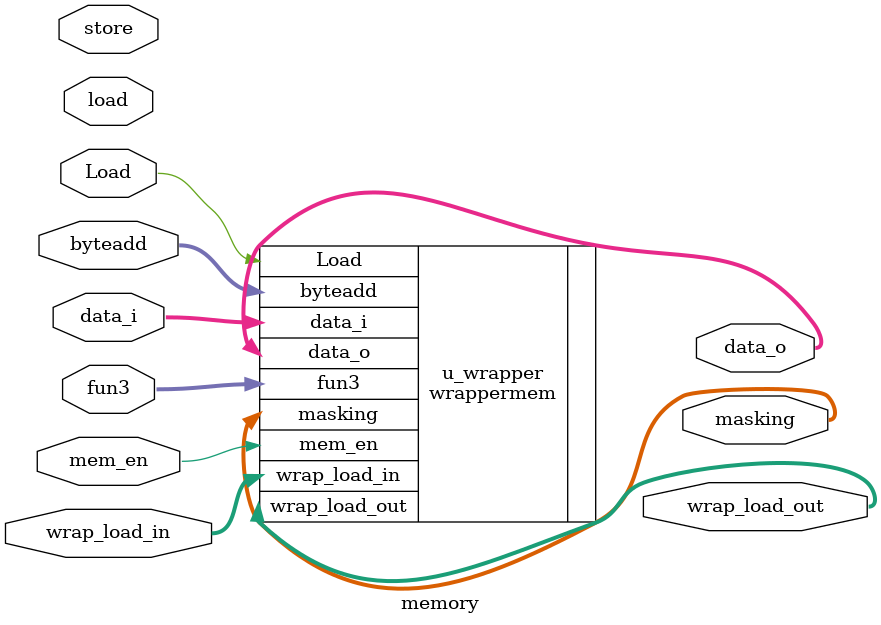
<source format=v>

`include "wrapmem.v"
module memory (

input wire [31:0]data_i,
input wire [1:0]byteadd,
input wire [2:0] fun3,
input wire store,
input wire load,
output wire [31:0]data_o,
output wire [3:0]masking,
input wire [31:0]wrap_load_in,
output wire [31:0]wrap_load_out,
input wire mem_en,
input wire Load

);

wrappermem u_wrapper(.data_i(data_i),
                  .byteadd(byteadd),
                  .fun3(fun3),
                  .mem_en(mem_en),
                  .Load(Load),
                  .wrap_load_in(wrap_load_in),
                  .masking(masking),
                  .data_o(data_o),
                  .wrap_load_out(wrap_load_out));







    
endmodule
</source>
